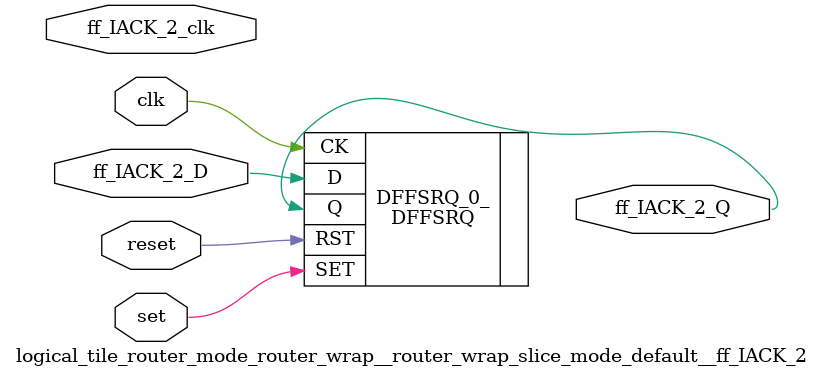
<source format=v>
`default_nettype none

module logical_tile_router_mode_router_wrap__router_wrap_slice_mode_default__ff_IACK_2(set,
                                                                                       reset,
                                                                                       clk,
                                                                                       ff_IACK_2_D,
                                                                                       ff_IACK_2_Q,
                                                                                       ff_IACK_2_clk);
//----- GLOBAL PORTS -----
input [0:0] set;
//----- GLOBAL PORTS -----
input [0:0] reset;
//----- GLOBAL PORTS -----
input [0:0] clk;
//----- INPUT PORTS -----
input [0:0] ff_IACK_2_D;
//----- OUTPUT PORTS -----
output [0:0] ff_IACK_2_Q;
//----- CLOCK PORTS -----
input [0:0] ff_IACK_2_clk;

//----- BEGIN wire-connection ports -----
wire [0:0] ff_IACK_2_D;
wire [0:0] ff_IACK_2_Q;
wire [0:0] ff_IACK_2_clk;
//----- END wire-connection ports -----


//----- BEGIN Registered ports -----
//----- END Registered ports -----



// ----- BEGIN Local short connections -----
// ----- END Local short connections -----
// ----- BEGIN Local output short connections -----
// ----- END Local output short connections -----

	DFFSRQ DFFSRQ_0_ (
		.SET(set),
		.RST(reset),
		.CK(clk),
		.D(ff_IACK_2_D),
		.Q(ff_IACK_2_Q));

endmodule
// ----- END Verilog module for logical_tile_router_mode_router_wrap__router_wrap_slice_mode_default__ff_IACK_2 -----

//----- Default net type -----
`default_nettype wire




</source>
